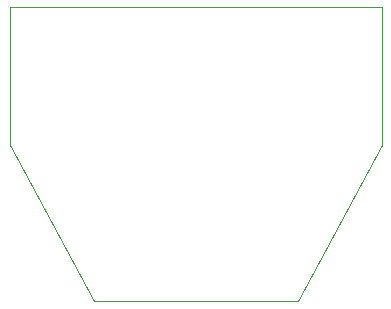
<source format=gm1>
G04 #@! TF.GenerationSoftware,KiCad,Pcbnew,8.0.2-1*
G04 #@! TF.CreationDate,2024-12-21T19:46:59+01:00*
G04 #@! TF.ProjectId,ten_to_six,74656e5f-746f-45f7-9369-782e6b696361,rev?*
G04 #@! TF.SameCoordinates,Original*
G04 #@! TF.FileFunction,Profile,NP*
%FSLAX46Y46*%
G04 Gerber Fmt 4.6, Leading zero omitted, Abs format (unit mm)*
G04 Created by KiCad (PCBNEW 8.0.2-1) date 2024-12-21 19:46:59*
%MOMM*%
%LPD*%
G01*
G04 APERTURE LIST*
G04 #@! TA.AperFunction,Profile*
%ADD10C,0.050000*%
G04 #@! TD*
G04 APERTURE END LIST*
D10*
X140970000Y-84074000D02*
X140970000Y-72390000D01*
X140970000Y-84074000D02*
X133858000Y-97282000D01*
X133858000Y-97282000D02*
X116586000Y-97282000D01*
X109474000Y-84074000D02*
X109474000Y-72390000D01*
X116586000Y-97282000D02*
X109474000Y-84074000D01*
X109474000Y-72390000D02*
X140970000Y-72390000D01*
M02*

</source>
